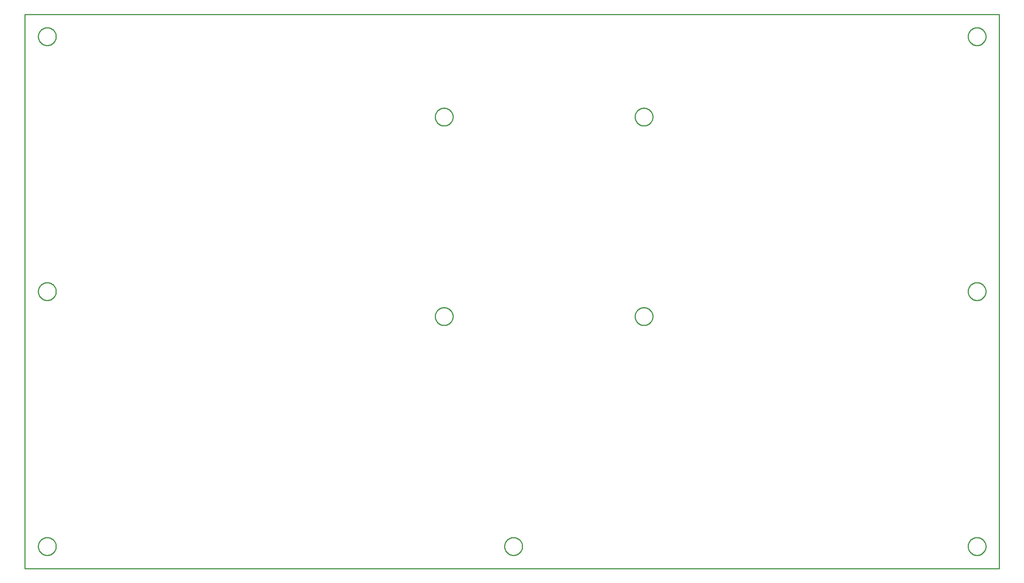
<source format=gbr>
G04 EAGLE Gerber RS-274X export*
G75*
%MOMM*%
%FSLAX34Y34*%
%LPD*%
%IN*%
%IPPOS*%
%AMOC8*
5,1,8,0,0,1.08239X$1,22.5*%
G01*
%ADD10C,0.254000*%


D10*
X0Y0D02*
X2228850Y0D01*
X2228850Y1270000D01*
X0Y1270000D01*
X0Y0D01*
X71120Y1218586D02*
X71046Y1217360D01*
X70898Y1216141D01*
X70676Y1214933D01*
X70383Y1213741D01*
X70017Y1212569D01*
X69582Y1211420D01*
X69078Y1210301D01*
X68507Y1209213D01*
X67872Y1208162D01*
X67174Y1207152D01*
X66417Y1206185D01*
X65603Y1205266D01*
X64734Y1204397D01*
X63815Y1203583D01*
X62848Y1202826D01*
X61838Y1202128D01*
X60787Y1201493D01*
X59700Y1200922D01*
X58580Y1200418D01*
X57431Y1199983D01*
X56259Y1199617D01*
X55067Y1199324D01*
X53859Y1199102D01*
X52640Y1198954D01*
X51414Y1198880D01*
X50186Y1198880D01*
X48960Y1198954D01*
X47741Y1199102D01*
X46533Y1199324D01*
X45341Y1199617D01*
X44169Y1199983D01*
X43020Y1200418D01*
X41901Y1200922D01*
X40813Y1201493D01*
X39762Y1202128D01*
X38752Y1202826D01*
X37785Y1203583D01*
X36866Y1204397D01*
X35997Y1205266D01*
X35183Y1206185D01*
X34426Y1207152D01*
X33728Y1208162D01*
X33093Y1209213D01*
X32522Y1210301D01*
X32018Y1211420D01*
X31583Y1212569D01*
X31217Y1213741D01*
X30924Y1214933D01*
X30702Y1216141D01*
X30554Y1217360D01*
X30480Y1218586D01*
X30480Y1219814D01*
X30554Y1221040D01*
X30702Y1222259D01*
X30924Y1223467D01*
X31217Y1224659D01*
X31583Y1225831D01*
X32018Y1226980D01*
X32522Y1228100D01*
X33093Y1229187D01*
X33728Y1230238D01*
X34426Y1231248D01*
X35183Y1232215D01*
X35997Y1233134D01*
X36866Y1234003D01*
X37785Y1234817D01*
X38752Y1235574D01*
X39762Y1236272D01*
X40813Y1236907D01*
X41901Y1237478D01*
X43020Y1237982D01*
X44169Y1238417D01*
X45341Y1238783D01*
X46533Y1239076D01*
X47741Y1239298D01*
X48960Y1239446D01*
X50186Y1239520D01*
X51414Y1239520D01*
X52640Y1239446D01*
X53859Y1239298D01*
X55067Y1239076D01*
X56259Y1238783D01*
X57431Y1238417D01*
X58580Y1237982D01*
X59700Y1237478D01*
X60787Y1236907D01*
X61838Y1236272D01*
X62848Y1235574D01*
X63815Y1234817D01*
X64734Y1234003D01*
X65603Y1233134D01*
X66417Y1232215D01*
X67174Y1231248D01*
X67872Y1230238D01*
X68507Y1229187D01*
X69078Y1228100D01*
X69582Y1226980D01*
X70017Y1225831D01*
X70383Y1224659D01*
X70676Y1223467D01*
X70898Y1222259D01*
X71046Y1221040D01*
X71120Y1219814D01*
X71120Y1218586D01*
X71120Y634386D02*
X71046Y633160D01*
X70898Y631941D01*
X70676Y630733D01*
X70383Y629541D01*
X70017Y628369D01*
X69582Y627220D01*
X69078Y626101D01*
X68507Y625013D01*
X67872Y623962D01*
X67174Y622952D01*
X66417Y621985D01*
X65603Y621066D01*
X64734Y620197D01*
X63815Y619383D01*
X62848Y618626D01*
X61838Y617928D01*
X60787Y617293D01*
X59700Y616722D01*
X58580Y616218D01*
X57431Y615783D01*
X56259Y615417D01*
X55067Y615124D01*
X53859Y614902D01*
X52640Y614754D01*
X51414Y614680D01*
X50186Y614680D01*
X48960Y614754D01*
X47741Y614902D01*
X46533Y615124D01*
X45341Y615417D01*
X44169Y615783D01*
X43020Y616218D01*
X41901Y616722D01*
X40813Y617293D01*
X39762Y617928D01*
X38752Y618626D01*
X37785Y619383D01*
X36866Y620197D01*
X35997Y621066D01*
X35183Y621985D01*
X34426Y622952D01*
X33728Y623962D01*
X33093Y625013D01*
X32522Y626101D01*
X32018Y627220D01*
X31583Y628369D01*
X31217Y629541D01*
X30924Y630733D01*
X30702Y631941D01*
X30554Y633160D01*
X30480Y634386D01*
X30480Y635614D01*
X30554Y636840D01*
X30702Y638059D01*
X30924Y639267D01*
X31217Y640459D01*
X31583Y641631D01*
X32018Y642780D01*
X32522Y643900D01*
X33093Y644987D01*
X33728Y646038D01*
X34426Y647048D01*
X35183Y648015D01*
X35997Y648934D01*
X36866Y649803D01*
X37785Y650617D01*
X38752Y651374D01*
X39762Y652072D01*
X40813Y652707D01*
X41901Y653278D01*
X43020Y653782D01*
X44169Y654217D01*
X45341Y654583D01*
X46533Y654876D01*
X47741Y655098D01*
X48960Y655246D01*
X50186Y655320D01*
X51414Y655320D01*
X52640Y655246D01*
X53859Y655098D01*
X55067Y654876D01*
X56259Y654583D01*
X57431Y654217D01*
X58580Y653782D01*
X59700Y653278D01*
X60787Y652707D01*
X61838Y652072D01*
X62848Y651374D01*
X63815Y650617D01*
X64734Y649803D01*
X65603Y648934D01*
X66417Y648015D01*
X67174Y647048D01*
X67872Y646038D01*
X68507Y644987D01*
X69078Y643900D01*
X69582Y642780D01*
X70017Y641631D01*
X70383Y640459D01*
X70676Y639267D01*
X70898Y638059D01*
X71046Y636840D01*
X71120Y635614D01*
X71120Y634386D01*
X71120Y50186D02*
X71046Y48960D01*
X70898Y47741D01*
X70676Y46533D01*
X70383Y45341D01*
X70017Y44169D01*
X69582Y43020D01*
X69078Y41901D01*
X68507Y40813D01*
X67872Y39762D01*
X67174Y38752D01*
X66417Y37785D01*
X65603Y36866D01*
X64734Y35997D01*
X63815Y35183D01*
X62848Y34426D01*
X61838Y33728D01*
X60787Y33093D01*
X59700Y32522D01*
X58580Y32018D01*
X57431Y31583D01*
X56259Y31217D01*
X55067Y30924D01*
X53859Y30702D01*
X52640Y30554D01*
X51414Y30480D01*
X50186Y30480D01*
X48960Y30554D01*
X47741Y30702D01*
X46533Y30924D01*
X45341Y31217D01*
X44169Y31583D01*
X43020Y32018D01*
X41901Y32522D01*
X40813Y33093D01*
X39762Y33728D01*
X38752Y34426D01*
X37785Y35183D01*
X36866Y35997D01*
X35997Y36866D01*
X35183Y37785D01*
X34426Y38752D01*
X33728Y39762D01*
X33093Y40813D01*
X32522Y41901D01*
X32018Y43020D01*
X31583Y44169D01*
X31217Y45341D01*
X30924Y46533D01*
X30702Y47741D01*
X30554Y48960D01*
X30480Y50186D01*
X30480Y51414D01*
X30554Y52640D01*
X30702Y53859D01*
X30924Y55067D01*
X31217Y56259D01*
X31583Y57431D01*
X32018Y58580D01*
X32522Y59700D01*
X33093Y60787D01*
X33728Y61838D01*
X34426Y62848D01*
X35183Y63815D01*
X35997Y64734D01*
X36866Y65603D01*
X37785Y66417D01*
X38752Y67174D01*
X39762Y67872D01*
X40813Y68507D01*
X41901Y69078D01*
X43020Y69582D01*
X44169Y70017D01*
X45341Y70383D01*
X46533Y70676D01*
X47741Y70898D01*
X48960Y71046D01*
X50186Y71120D01*
X51414Y71120D01*
X52640Y71046D01*
X53859Y70898D01*
X55067Y70676D01*
X56259Y70383D01*
X57431Y70017D01*
X58580Y69582D01*
X59700Y69078D01*
X60787Y68507D01*
X61838Y67872D01*
X62848Y67174D01*
X63815Y66417D01*
X64734Y65603D01*
X65603Y64734D01*
X66417Y63815D01*
X67174Y62848D01*
X67872Y61838D01*
X68507Y60787D01*
X69078Y59700D01*
X69582Y58580D01*
X70017Y57431D01*
X70383Y56259D01*
X70676Y55067D01*
X70898Y53859D01*
X71046Y52640D01*
X71120Y51414D01*
X71120Y50186D01*
X1137920Y50186D02*
X1137846Y48960D01*
X1137698Y47741D01*
X1137476Y46533D01*
X1137183Y45341D01*
X1136817Y44169D01*
X1136382Y43020D01*
X1135878Y41901D01*
X1135307Y40813D01*
X1134672Y39762D01*
X1133974Y38752D01*
X1133217Y37785D01*
X1132403Y36866D01*
X1131534Y35997D01*
X1130615Y35183D01*
X1129648Y34426D01*
X1128638Y33728D01*
X1127587Y33093D01*
X1126500Y32522D01*
X1125380Y32018D01*
X1124231Y31583D01*
X1123059Y31217D01*
X1121867Y30924D01*
X1120659Y30702D01*
X1119440Y30554D01*
X1118214Y30480D01*
X1116986Y30480D01*
X1115760Y30554D01*
X1114541Y30702D01*
X1113333Y30924D01*
X1112141Y31217D01*
X1110969Y31583D01*
X1109820Y32018D01*
X1108701Y32522D01*
X1107613Y33093D01*
X1106562Y33728D01*
X1105552Y34426D01*
X1104585Y35183D01*
X1103666Y35997D01*
X1102797Y36866D01*
X1101983Y37785D01*
X1101226Y38752D01*
X1100528Y39762D01*
X1099893Y40813D01*
X1099322Y41901D01*
X1098818Y43020D01*
X1098383Y44169D01*
X1098017Y45341D01*
X1097724Y46533D01*
X1097502Y47741D01*
X1097354Y48960D01*
X1097280Y50186D01*
X1097280Y51414D01*
X1097354Y52640D01*
X1097502Y53859D01*
X1097724Y55067D01*
X1098017Y56259D01*
X1098383Y57431D01*
X1098818Y58580D01*
X1099322Y59700D01*
X1099893Y60787D01*
X1100528Y61838D01*
X1101226Y62848D01*
X1101983Y63815D01*
X1102797Y64734D01*
X1103666Y65603D01*
X1104585Y66417D01*
X1105552Y67174D01*
X1106562Y67872D01*
X1107613Y68507D01*
X1108701Y69078D01*
X1109820Y69582D01*
X1110969Y70017D01*
X1112141Y70383D01*
X1113333Y70676D01*
X1114541Y70898D01*
X1115760Y71046D01*
X1116986Y71120D01*
X1118214Y71120D01*
X1119440Y71046D01*
X1120659Y70898D01*
X1121867Y70676D01*
X1123059Y70383D01*
X1124231Y70017D01*
X1125380Y69582D01*
X1126500Y69078D01*
X1127587Y68507D01*
X1128638Y67872D01*
X1129648Y67174D01*
X1130615Y66417D01*
X1131534Y65603D01*
X1132403Y64734D01*
X1133217Y63815D01*
X1133974Y62848D01*
X1134672Y61838D01*
X1135307Y60787D01*
X1135878Y59700D01*
X1136382Y58580D01*
X1136817Y57431D01*
X1137183Y56259D01*
X1137476Y55067D01*
X1137698Y53859D01*
X1137846Y52640D01*
X1137920Y51414D01*
X1137920Y50186D01*
X979170Y577236D02*
X979096Y576010D01*
X978948Y574791D01*
X978726Y573583D01*
X978433Y572391D01*
X978067Y571219D01*
X977632Y570070D01*
X977128Y568951D01*
X976557Y567863D01*
X975922Y566812D01*
X975224Y565802D01*
X974467Y564835D01*
X973653Y563916D01*
X972784Y563047D01*
X971865Y562233D01*
X970898Y561476D01*
X969888Y560778D01*
X968837Y560143D01*
X967750Y559572D01*
X966630Y559068D01*
X965481Y558633D01*
X964309Y558267D01*
X963117Y557974D01*
X961909Y557752D01*
X960690Y557604D01*
X959464Y557530D01*
X958236Y557530D01*
X957010Y557604D01*
X955791Y557752D01*
X954583Y557974D01*
X953391Y558267D01*
X952219Y558633D01*
X951070Y559068D01*
X949951Y559572D01*
X948863Y560143D01*
X947812Y560778D01*
X946802Y561476D01*
X945835Y562233D01*
X944916Y563047D01*
X944047Y563916D01*
X943233Y564835D01*
X942476Y565802D01*
X941778Y566812D01*
X941143Y567863D01*
X940572Y568951D01*
X940068Y570070D01*
X939633Y571219D01*
X939267Y572391D01*
X938974Y573583D01*
X938752Y574791D01*
X938604Y576010D01*
X938530Y577236D01*
X938530Y578464D01*
X938604Y579690D01*
X938752Y580909D01*
X938974Y582117D01*
X939267Y583309D01*
X939633Y584481D01*
X940068Y585630D01*
X940572Y586750D01*
X941143Y587837D01*
X941778Y588888D01*
X942476Y589898D01*
X943233Y590865D01*
X944047Y591784D01*
X944916Y592653D01*
X945835Y593467D01*
X946802Y594224D01*
X947812Y594922D01*
X948863Y595557D01*
X949951Y596128D01*
X951070Y596632D01*
X952219Y597067D01*
X953391Y597433D01*
X954583Y597726D01*
X955791Y597948D01*
X957010Y598096D01*
X958236Y598170D01*
X959464Y598170D01*
X960690Y598096D01*
X961909Y597948D01*
X963117Y597726D01*
X964309Y597433D01*
X965481Y597067D01*
X966630Y596632D01*
X967750Y596128D01*
X968837Y595557D01*
X969888Y594922D01*
X970898Y594224D01*
X971865Y593467D01*
X972784Y592653D01*
X973653Y591784D01*
X974467Y590865D01*
X975224Y589898D01*
X975922Y588888D01*
X976557Y587837D01*
X977128Y586750D01*
X977632Y585630D01*
X978067Y584481D01*
X978433Y583309D01*
X978726Y582117D01*
X978948Y580909D01*
X979096Y579690D01*
X979170Y578464D01*
X979170Y577236D01*
X1436370Y577236D02*
X1436296Y576010D01*
X1436148Y574791D01*
X1435926Y573583D01*
X1435633Y572391D01*
X1435267Y571219D01*
X1434832Y570070D01*
X1434328Y568951D01*
X1433757Y567863D01*
X1433122Y566812D01*
X1432424Y565802D01*
X1431667Y564835D01*
X1430853Y563916D01*
X1429984Y563047D01*
X1429065Y562233D01*
X1428098Y561476D01*
X1427088Y560778D01*
X1426037Y560143D01*
X1424950Y559572D01*
X1423830Y559068D01*
X1422681Y558633D01*
X1421509Y558267D01*
X1420317Y557974D01*
X1419109Y557752D01*
X1417890Y557604D01*
X1416664Y557530D01*
X1415436Y557530D01*
X1414210Y557604D01*
X1412991Y557752D01*
X1411783Y557974D01*
X1410591Y558267D01*
X1409419Y558633D01*
X1408270Y559068D01*
X1407151Y559572D01*
X1406063Y560143D01*
X1405012Y560778D01*
X1404002Y561476D01*
X1403035Y562233D01*
X1402116Y563047D01*
X1401247Y563916D01*
X1400433Y564835D01*
X1399676Y565802D01*
X1398978Y566812D01*
X1398343Y567863D01*
X1397772Y568951D01*
X1397268Y570070D01*
X1396833Y571219D01*
X1396467Y572391D01*
X1396174Y573583D01*
X1395952Y574791D01*
X1395804Y576010D01*
X1395730Y577236D01*
X1395730Y578464D01*
X1395804Y579690D01*
X1395952Y580909D01*
X1396174Y582117D01*
X1396467Y583309D01*
X1396833Y584481D01*
X1397268Y585630D01*
X1397772Y586750D01*
X1398343Y587837D01*
X1398978Y588888D01*
X1399676Y589898D01*
X1400433Y590865D01*
X1401247Y591784D01*
X1402116Y592653D01*
X1403035Y593467D01*
X1404002Y594224D01*
X1405012Y594922D01*
X1406063Y595557D01*
X1407151Y596128D01*
X1408270Y596632D01*
X1409419Y597067D01*
X1410591Y597433D01*
X1411783Y597726D01*
X1412991Y597948D01*
X1414210Y598096D01*
X1415436Y598170D01*
X1416664Y598170D01*
X1417890Y598096D01*
X1419109Y597948D01*
X1420317Y597726D01*
X1421509Y597433D01*
X1422681Y597067D01*
X1423830Y596632D01*
X1424950Y596128D01*
X1426037Y595557D01*
X1427088Y594922D01*
X1428098Y594224D01*
X1429065Y593467D01*
X1429984Y592653D01*
X1430853Y591784D01*
X1431667Y590865D01*
X1432424Y589898D01*
X1433122Y588888D01*
X1433757Y587837D01*
X1434328Y586750D01*
X1434832Y585630D01*
X1435267Y584481D01*
X1435633Y583309D01*
X1435926Y582117D01*
X1436148Y580909D01*
X1436296Y579690D01*
X1436370Y578464D01*
X1436370Y577236D01*
X1436370Y1034436D02*
X1436296Y1033210D01*
X1436148Y1031991D01*
X1435926Y1030783D01*
X1435633Y1029591D01*
X1435267Y1028419D01*
X1434832Y1027270D01*
X1434328Y1026151D01*
X1433757Y1025063D01*
X1433122Y1024012D01*
X1432424Y1023002D01*
X1431667Y1022035D01*
X1430853Y1021116D01*
X1429984Y1020247D01*
X1429065Y1019433D01*
X1428098Y1018676D01*
X1427088Y1017978D01*
X1426037Y1017343D01*
X1424950Y1016772D01*
X1423830Y1016268D01*
X1422681Y1015833D01*
X1421509Y1015467D01*
X1420317Y1015174D01*
X1419109Y1014952D01*
X1417890Y1014804D01*
X1416664Y1014730D01*
X1415436Y1014730D01*
X1414210Y1014804D01*
X1412991Y1014952D01*
X1411783Y1015174D01*
X1410591Y1015467D01*
X1409419Y1015833D01*
X1408270Y1016268D01*
X1407151Y1016772D01*
X1406063Y1017343D01*
X1405012Y1017978D01*
X1404002Y1018676D01*
X1403035Y1019433D01*
X1402116Y1020247D01*
X1401247Y1021116D01*
X1400433Y1022035D01*
X1399676Y1023002D01*
X1398978Y1024012D01*
X1398343Y1025063D01*
X1397772Y1026151D01*
X1397268Y1027270D01*
X1396833Y1028419D01*
X1396467Y1029591D01*
X1396174Y1030783D01*
X1395952Y1031991D01*
X1395804Y1033210D01*
X1395730Y1034436D01*
X1395730Y1035664D01*
X1395804Y1036890D01*
X1395952Y1038109D01*
X1396174Y1039317D01*
X1396467Y1040509D01*
X1396833Y1041681D01*
X1397268Y1042830D01*
X1397772Y1043950D01*
X1398343Y1045037D01*
X1398978Y1046088D01*
X1399676Y1047098D01*
X1400433Y1048065D01*
X1401247Y1048984D01*
X1402116Y1049853D01*
X1403035Y1050667D01*
X1404002Y1051424D01*
X1405012Y1052122D01*
X1406063Y1052757D01*
X1407151Y1053328D01*
X1408270Y1053832D01*
X1409419Y1054267D01*
X1410591Y1054633D01*
X1411783Y1054926D01*
X1412991Y1055148D01*
X1414210Y1055296D01*
X1415436Y1055370D01*
X1416664Y1055370D01*
X1417890Y1055296D01*
X1419109Y1055148D01*
X1420317Y1054926D01*
X1421509Y1054633D01*
X1422681Y1054267D01*
X1423830Y1053832D01*
X1424950Y1053328D01*
X1426037Y1052757D01*
X1427088Y1052122D01*
X1428098Y1051424D01*
X1429065Y1050667D01*
X1429984Y1049853D01*
X1430853Y1048984D01*
X1431667Y1048065D01*
X1432424Y1047098D01*
X1433122Y1046088D01*
X1433757Y1045037D01*
X1434328Y1043950D01*
X1434832Y1042830D01*
X1435267Y1041681D01*
X1435633Y1040509D01*
X1435926Y1039317D01*
X1436148Y1038109D01*
X1436296Y1036890D01*
X1436370Y1035664D01*
X1436370Y1034436D01*
X979170Y1034436D02*
X979096Y1033210D01*
X978948Y1031991D01*
X978726Y1030783D01*
X978433Y1029591D01*
X978067Y1028419D01*
X977632Y1027270D01*
X977128Y1026151D01*
X976557Y1025063D01*
X975922Y1024012D01*
X975224Y1023002D01*
X974467Y1022035D01*
X973653Y1021116D01*
X972784Y1020247D01*
X971865Y1019433D01*
X970898Y1018676D01*
X969888Y1017978D01*
X968837Y1017343D01*
X967750Y1016772D01*
X966630Y1016268D01*
X965481Y1015833D01*
X964309Y1015467D01*
X963117Y1015174D01*
X961909Y1014952D01*
X960690Y1014804D01*
X959464Y1014730D01*
X958236Y1014730D01*
X957010Y1014804D01*
X955791Y1014952D01*
X954583Y1015174D01*
X953391Y1015467D01*
X952219Y1015833D01*
X951070Y1016268D01*
X949951Y1016772D01*
X948863Y1017343D01*
X947812Y1017978D01*
X946802Y1018676D01*
X945835Y1019433D01*
X944916Y1020247D01*
X944047Y1021116D01*
X943233Y1022035D01*
X942476Y1023002D01*
X941778Y1024012D01*
X941143Y1025063D01*
X940572Y1026151D01*
X940068Y1027270D01*
X939633Y1028419D01*
X939267Y1029591D01*
X938974Y1030783D01*
X938752Y1031991D01*
X938604Y1033210D01*
X938530Y1034436D01*
X938530Y1035664D01*
X938604Y1036890D01*
X938752Y1038109D01*
X938974Y1039317D01*
X939267Y1040509D01*
X939633Y1041681D01*
X940068Y1042830D01*
X940572Y1043950D01*
X941143Y1045037D01*
X941778Y1046088D01*
X942476Y1047098D01*
X943233Y1048065D01*
X944047Y1048984D01*
X944916Y1049853D01*
X945835Y1050667D01*
X946802Y1051424D01*
X947812Y1052122D01*
X948863Y1052757D01*
X949951Y1053328D01*
X951070Y1053832D01*
X952219Y1054267D01*
X953391Y1054633D01*
X954583Y1054926D01*
X955791Y1055148D01*
X957010Y1055296D01*
X958236Y1055370D01*
X959464Y1055370D01*
X960690Y1055296D01*
X961909Y1055148D01*
X963117Y1054926D01*
X964309Y1054633D01*
X965481Y1054267D01*
X966630Y1053832D01*
X967750Y1053328D01*
X968837Y1052757D01*
X969888Y1052122D01*
X970898Y1051424D01*
X971865Y1050667D01*
X972784Y1049853D01*
X973653Y1048984D01*
X974467Y1048065D01*
X975224Y1047098D01*
X975922Y1046088D01*
X976557Y1045037D01*
X977128Y1043950D01*
X977632Y1042830D01*
X978067Y1041681D01*
X978433Y1040509D01*
X978726Y1039317D01*
X978948Y1038109D01*
X979096Y1036890D01*
X979170Y1035664D01*
X979170Y1034436D01*
X2198370Y1218586D02*
X2198296Y1217360D01*
X2198148Y1216141D01*
X2197926Y1214933D01*
X2197633Y1213741D01*
X2197267Y1212569D01*
X2196832Y1211420D01*
X2196328Y1210301D01*
X2195757Y1209213D01*
X2195122Y1208162D01*
X2194424Y1207152D01*
X2193667Y1206185D01*
X2192853Y1205266D01*
X2191984Y1204397D01*
X2191065Y1203583D01*
X2190098Y1202826D01*
X2189088Y1202128D01*
X2188037Y1201493D01*
X2186950Y1200922D01*
X2185830Y1200418D01*
X2184681Y1199983D01*
X2183509Y1199617D01*
X2182317Y1199324D01*
X2181109Y1199102D01*
X2179890Y1198954D01*
X2178664Y1198880D01*
X2177436Y1198880D01*
X2176210Y1198954D01*
X2174991Y1199102D01*
X2173783Y1199324D01*
X2172591Y1199617D01*
X2171419Y1199983D01*
X2170270Y1200418D01*
X2169151Y1200922D01*
X2168063Y1201493D01*
X2167012Y1202128D01*
X2166002Y1202826D01*
X2165035Y1203583D01*
X2164116Y1204397D01*
X2163247Y1205266D01*
X2162433Y1206185D01*
X2161676Y1207152D01*
X2160978Y1208162D01*
X2160343Y1209213D01*
X2159772Y1210301D01*
X2159268Y1211420D01*
X2158833Y1212569D01*
X2158467Y1213741D01*
X2158174Y1214933D01*
X2157952Y1216141D01*
X2157804Y1217360D01*
X2157730Y1218586D01*
X2157730Y1219814D01*
X2157804Y1221040D01*
X2157952Y1222259D01*
X2158174Y1223467D01*
X2158467Y1224659D01*
X2158833Y1225831D01*
X2159268Y1226980D01*
X2159772Y1228100D01*
X2160343Y1229187D01*
X2160978Y1230238D01*
X2161676Y1231248D01*
X2162433Y1232215D01*
X2163247Y1233134D01*
X2164116Y1234003D01*
X2165035Y1234817D01*
X2166002Y1235574D01*
X2167012Y1236272D01*
X2168063Y1236907D01*
X2169151Y1237478D01*
X2170270Y1237982D01*
X2171419Y1238417D01*
X2172591Y1238783D01*
X2173783Y1239076D01*
X2174991Y1239298D01*
X2176210Y1239446D01*
X2177436Y1239520D01*
X2178664Y1239520D01*
X2179890Y1239446D01*
X2181109Y1239298D01*
X2182317Y1239076D01*
X2183509Y1238783D01*
X2184681Y1238417D01*
X2185830Y1237982D01*
X2186950Y1237478D01*
X2188037Y1236907D01*
X2189088Y1236272D01*
X2190098Y1235574D01*
X2191065Y1234817D01*
X2191984Y1234003D01*
X2192853Y1233134D01*
X2193667Y1232215D01*
X2194424Y1231248D01*
X2195122Y1230238D01*
X2195757Y1229187D01*
X2196328Y1228100D01*
X2196832Y1226980D01*
X2197267Y1225831D01*
X2197633Y1224659D01*
X2197926Y1223467D01*
X2198148Y1222259D01*
X2198296Y1221040D01*
X2198370Y1219814D01*
X2198370Y1218586D01*
X2198370Y634386D02*
X2198296Y633160D01*
X2198148Y631941D01*
X2197926Y630733D01*
X2197633Y629541D01*
X2197267Y628369D01*
X2196832Y627220D01*
X2196328Y626101D01*
X2195757Y625013D01*
X2195122Y623962D01*
X2194424Y622952D01*
X2193667Y621985D01*
X2192853Y621066D01*
X2191984Y620197D01*
X2191065Y619383D01*
X2190098Y618626D01*
X2189088Y617928D01*
X2188037Y617293D01*
X2186950Y616722D01*
X2185830Y616218D01*
X2184681Y615783D01*
X2183509Y615417D01*
X2182317Y615124D01*
X2181109Y614902D01*
X2179890Y614754D01*
X2178664Y614680D01*
X2177436Y614680D01*
X2176210Y614754D01*
X2174991Y614902D01*
X2173783Y615124D01*
X2172591Y615417D01*
X2171419Y615783D01*
X2170270Y616218D01*
X2169151Y616722D01*
X2168063Y617293D01*
X2167012Y617928D01*
X2166002Y618626D01*
X2165035Y619383D01*
X2164116Y620197D01*
X2163247Y621066D01*
X2162433Y621985D01*
X2161676Y622952D01*
X2160978Y623962D01*
X2160343Y625013D01*
X2159772Y626101D01*
X2159268Y627220D01*
X2158833Y628369D01*
X2158467Y629541D01*
X2158174Y630733D01*
X2157952Y631941D01*
X2157804Y633160D01*
X2157730Y634386D01*
X2157730Y635614D01*
X2157804Y636840D01*
X2157952Y638059D01*
X2158174Y639267D01*
X2158467Y640459D01*
X2158833Y641631D01*
X2159268Y642780D01*
X2159772Y643900D01*
X2160343Y644987D01*
X2160978Y646038D01*
X2161676Y647048D01*
X2162433Y648015D01*
X2163247Y648934D01*
X2164116Y649803D01*
X2165035Y650617D01*
X2166002Y651374D01*
X2167012Y652072D01*
X2168063Y652707D01*
X2169151Y653278D01*
X2170270Y653782D01*
X2171419Y654217D01*
X2172591Y654583D01*
X2173783Y654876D01*
X2174991Y655098D01*
X2176210Y655246D01*
X2177436Y655320D01*
X2178664Y655320D01*
X2179890Y655246D01*
X2181109Y655098D01*
X2182317Y654876D01*
X2183509Y654583D01*
X2184681Y654217D01*
X2185830Y653782D01*
X2186950Y653278D01*
X2188037Y652707D01*
X2189088Y652072D01*
X2190098Y651374D01*
X2191065Y650617D01*
X2191984Y649803D01*
X2192853Y648934D01*
X2193667Y648015D01*
X2194424Y647048D01*
X2195122Y646038D01*
X2195757Y644987D01*
X2196328Y643900D01*
X2196832Y642780D01*
X2197267Y641631D01*
X2197633Y640459D01*
X2197926Y639267D01*
X2198148Y638059D01*
X2198296Y636840D01*
X2198370Y635614D01*
X2198370Y634386D01*
X2198370Y50186D02*
X2198296Y48960D01*
X2198148Y47741D01*
X2197926Y46533D01*
X2197633Y45341D01*
X2197267Y44169D01*
X2196832Y43020D01*
X2196328Y41901D01*
X2195757Y40813D01*
X2195122Y39762D01*
X2194424Y38752D01*
X2193667Y37785D01*
X2192853Y36866D01*
X2191984Y35997D01*
X2191065Y35183D01*
X2190098Y34426D01*
X2189088Y33728D01*
X2188037Y33093D01*
X2186950Y32522D01*
X2185830Y32018D01*
X2184681Y31583D01*
X2183509Y31217D01*
X2182317Y30924D01*
X2181109Y30702D01*
X2179890Y30554D01*
X2178664Y30480D01*
X2177436Y30480D01*
X2176210Y30554D01*
X2174991Y30702D01*
X2173783Y30924D01*
X2172591Y31217D01*
X2171419Y31583D01*
X2170270Y32018D01*
X2169151Y32522D01*
X2168063Y33093D01*
X2167012Y33728D01*
X2166002Y34426D01*
X2165035Y35183D01*
X2164116Y35997D01*
X2163247Y36866D01*
X2162433Y37785D01*
X2161676Y38752D01*
X2160978Y39762D01*
X2160343Y40813D01*
X2159772Y41901D01*
X2159268Y43020D01*
X2158833Y44169D01*
X2158467Y45341D01*
X2158174Y46533D01*
X2157952Y47741D01*
X2157804Y48960D01*
X2157730Y50186D01*
X2157730Y51414D01*
X2157804Y52640D01*
X2157952Y53859D01*
X2158174Y55067D01*
X2158467Y56259D01*
X2158833Y57431D01*
X2159268Y58580D01*
X2159772Y59700D01*
X2160343Y60787D01*
X2160978Y61838D01*
X2161676Y62848D01*
X2162433Y63815D01*
X2163247Y64734D01*
X2164116Y65603D01*
X2165035Y66417D01*
X2166002Y67174D01*
X2167012Y67872D01*
X2168063Y68507D01*
X2169151Y69078D01*
X2170270Y69582D01*
X2171419Y70017D01*
X2172591Y70383D01*
X2173783Y70676D01*
X2174991Y70898D01*
X2176210Y71046D01*
X2177436Y71120D01*
X2178664Y71120D01*
X2179890Y71046D01*
X2181109Y70898D01*
X2182317Y70676D01*
X2183509Y70383D01*
X2184681Y70017D01*
X2185830Y69582D01*
X2186950Y69078D01*
X2188037Y68507D01*
X2189088Y67872D01*
X2190098Y67174D01*
X2191065Y66417D01*
X2191984Y65603D01*
X2192853Y64734D01*
X2193667Y63815D01*
X2194424Y62848D01*
X2195122Y61838D01*
X2195757Y60787D01*
X2196328Y59700D01*
X2196832Y58580D01*
X2197267Y57431D01*
X2197633Y56259D01*
X2197926Y55067D01*
X2198148Y53859D01*
X2198296Y52640D01*
X2198370Y51414D01*
X2198370Y50186D01*
M02*

</source>
